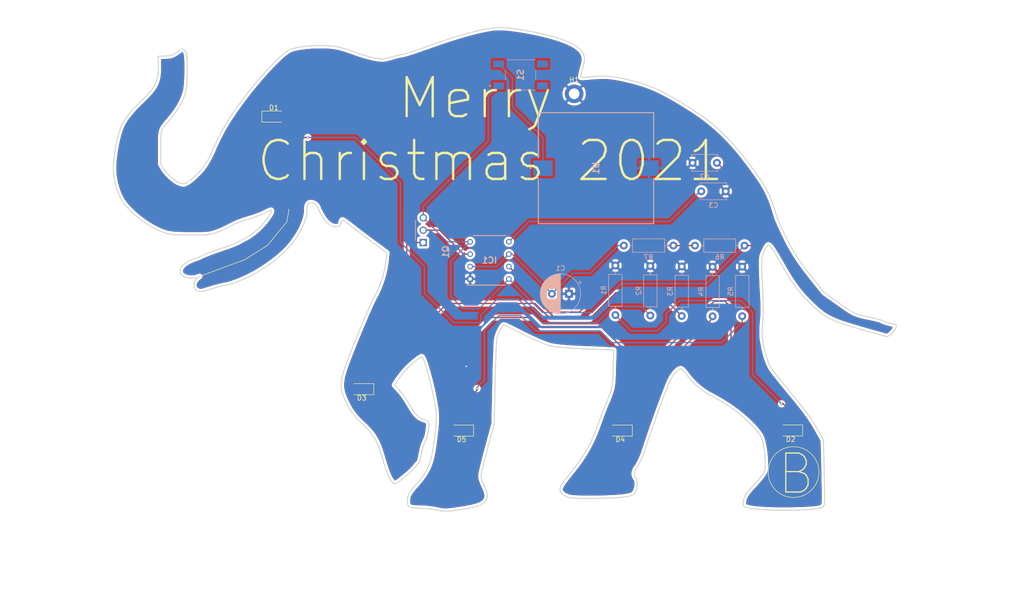
<source format=kicad_pcb>
(kicad_pcb (version 20171130) (host pcbnew "(5.1.9)-1")
  (layers (0 F.Cu signal) (31 B.Cu signal) (34 B.Paste user) (35 F.Paste user) (36 B.SilkS user) (37 F.SilkS user) (38 B.Mask user) (39 F.Mask user) (44 Edge.Cuts user))
  (net 0 "")
  (net 1 GND)
  (net 2 "Net-(D1-Pad1)")
  (net 3 "Net-(D2-Pad1)")
  (net 4 +3V0)
  (net 5 "Net-(D3-Pad1)")
  (net 6 "Net-(D4-Pad1)")
  (net 7 "Net-(D5-Pad1)")
  (net 8 "Net-(S1-Pad4)")
  (net 9 "Net-(S1-Pad2)")
  (net 10 "Net-(C1-Pad2)")
  (net 11 "Net-(C3-Pad1)")
  (net 12 Light)
  (net 13 "Net-(IC1-Pad7)")
  (net 14 "Net-(IC1-Pad3)")
  (net 15 "Net-(S1-Pad3)")
  (module SamacSys_Parts:1061 (layer B.Cu) (at 149.9616 67.3608 90)
    (fp_text reference U1 (at 0 0 90) (layer B.SilkS) (effects (font (size 1.27 1.27) (thickness 0.254)) (justify mirror)))
    (fp_text value SMTM2032 hide)
    (pad 2 smd rect (at 0 10.88 90) (size 3.17 3.96) (layers B.Cu B.Paste B.Mask) (net 1 GND))
    (pad 1 smd rect (at 0 -10.88 90) (size 3.17 3.96) (layers B.Cu B.Paste B.Mask) (net 15 "Net-(S1-Pad3)"))
  )
  (module MountingHole:MountingHole_2.2mm_M2_ISO14580_Pad_TopBottom (layer F.Cu) (at 145.48 52.11)
    (fp_text reference H1 (at 0 -2.9) (layer F.SilkS))
    (fp_text value MountingHole_Pad)
    (pad 1 connect circle (at 0 0) (size 3.8 3.8) (layers B.Cu B.Mask) (net 1 GND))
    (pad 1 connect circle (at 0 0) (size 3.8 3.8) (layers F.Cu F.Mask) (net 1 GND))
    (pad 1 thru_hole circle (at 0 0) (size 2.6 2.6) (drill 2.2) (layers *.Cu *.Mask) (net 1 GND))
  )
  (module Capacitor_THT:C_Disc_D5.1mm_W3.2mm_P5.00mm (layer B.Cu) (at 171.54 72.12)
    (fp_text reference C3 (at 2.5 2.85) (layer B.SilkS) (effects (justify mirror)))
    (fp_text value 0.1uf)
    (pad 2 thru_hole circle (at 5 0) (size 1.6 1.6) (drill 0.8) (layers *.Cu *.Mask) (net 1 GND))
    (pad 1 thru_hole circle (at 0 0) (size 1.6 1.6) (drill 0.8) (layers *.Cu *.Mask) (net 11 "Net-(C3-Pad1)"))
  )
  (module Capacitor_THT:C_Disc_D5.1mm_W3.2mm_P5.00mm (layer B.Cu) (at 169.75 66.28)
    (fp_text reference C2 (at 2.5 2.85) (layer B.SilkS) (effects (justify mirror)))
    (fp_text value 0.1uf)
    (pad 2 thru_hole circle (at 5 0) (size 1.6 1.6) (drill 0.8) (layers *.Cu *.Mask) (net 4 +3V0))
    (pad 1 thru_hole circle (at 0 0) (size 1.6 1.6) (drill 0.8) (layers *.Cu *.Mask) (net 1 GND))
  )
  (module Resistor_THT:R_Axial_DIN0207_L6.3mm_D2.5mm_P10.16mm_Horizontal (layer B.Cu) (at 155.66 83.24)
    (fp_text reference R7 (at 5.08 2.37) (layer B.SilkS) (effects (justify mirror)))
    (fp_text value 7500)
    (pad 2 thru_hole oval (at 10.16 0) (size 1.6 1.6) (drill 0.8) (layers *.Cu *.Mask) (net 13 "Net-(IC1-Pad7)"))
    (pad 1 thru_hole circle (at 0 0) (size 1.6 1.6) (drill 0.8) (layers *.Cu *.Mask) (net 10 "Net-(C1-Pad2)"))
  )
  (module Resistor_THT:R_Axial_DIN0207_L6.3mm_D2.5mm_P10.16mm_Horizontal (layer B.Cu) (at 170.24 83.25)
    (fp_text reference R6 (at 5.08 2.37) (layer B.SilkS) (effects (justify mirror)))
    (fp_text value 750)
    (pad 2 thru_hole oval (at 10.16 0) (size 1.6 1.6) (drill 0.8) (layers *.Cu *.Mask) (net 4 +3V0))
    (pad 1 thru_hole circle (at 0 0) (size 1.6 1.6) (drill 0.8) (layers *.Cu *.Mask) (net 13 "Net-(IC1-Pad7)"))
  )
  (module Resistor_THT:R_Axial_DIN0207_L6.3mm_D2.5mm_P10.16mm_Horizontal (layer B.Cu) (at 179.93 87.57 270)
    (fp_text reference R5 (at 5.08 2.37 270) (layer B.SilkS) (effects (justify mirror)))
    (fp_text value 50)
    (pad 2 thru_hole oval (at 10.16 0 270) (size 1.6 1.6) (drill 0.8) (layers *.Cu *.Mask) (net 7 "Net-(D5-Pad1)"))
    (pad 1 thru_hole circle (at 0 0 270) (size 1.6 1.6) (drill 0.8) (layers *.Cu *.Mask) (net 1 GND))
  )
  (module Resistor_THT:R_Axial_DIN0207_L6.3mm_D2.5mm_P10.16mm_Horizontal (layer B.Cu) (at 173.86 87.6 270)
    (fp_text reference R4 (at 5.08 2.37 270) (layer B.SilkS) (effects (justify mirror)))
    (fp_text value 50)
    (pad 2 thru_hole oval (at 10.16 0 270) (size 1.6 1.6) (drill 0.8) (layers *.Cu *.Mask) (net 6 "Net-(D4-Pad1)"))
    (pad 1 thru_hole circle (at 0 0 270) (size 1.6 1.6) (drill 0.8) (layers *.Cu *.Mask) (net 1 GND))
  )
  (module Resistor_THT:R_Axial_DIN0207_L6.3mm_D2.5mm_P10.16mm_Horizontal (layer B.Cu) (at 167.54 87.54 270)
    (fp_text reference R3 (at 5.08 2.37 270) (layer B.SilkS) (effects (justify mirror)))
    (fp_text value 50)
    (pad 2 thru_hole oval (at 10.16 0 270) (size 1.6 1.6) (drill 0.8) (layers *.Cu *.Mask) (net 5 "Net-(D3-Pad1)"))
    (pad 1 thru_hole circle (at 0 0 270) (size 1.6 1.6) (drill 0.8) (layers *.Cu *.Mask) (net 1 GND))
  )
  (module Resistor_THT:R_Axial_DIN0207_L6.3mm_D2.5mm_P10.16mm_Horizontal (layer B.Cu) (at 161.09 87.44 270)
    (fp_text reference R2 (at 5.08 2.37 270) (layer B.SilkS) (effects (justify mirror)))
    (fp_text value 50)
    (pad 2 thru_hole oval (at 10.16 0 270) (size 1.6 1.6) (drill 0.8) (layers *.Cu *.Mask) (net 2 "Net-(D1-Pad1)"))
    (pad 1 thru_hole circle (at 0 0 270) (size 1.6 1.6) (drill 0.8) (layers *.Cu *.Mask) (net 1 GND))
  )
  (module Resistor_THT:R_Axial_DIN0207_L6.3mm_D2.5mm_P10.16mm_Horizontal (layer B.Cu) (at 153.93 87.34 270)
    (fp_text reference R1 (at 5.08 2.37 270) (layer B.SilkS) (effects (justify mirror)))
    (fp_text value 50)
    (pad 2 thru_hole oval (at 10.16 0 270) (size 1.6 1.6) (drill 0.8) (layers *.Cu *.Mask) (net 3 "Net-(D2-Pad1)"))
    (pad 1 thru_hole circle (at 0 0 270) (size 1.6 1.6) (drill 0.8) (layers *.Cu *.Mask) (net 1 GND))
  )
  (module SamacSys_Parts:TO254P508X877-3 (layer B.Cu) (at 114.54 77.55 90)
    (fp_text reference Q1 (at -6.985 4.6228 90) (layer B.SilkS) (effects (font (size 1.27 1.27) (thickness 0.254)) (justify mirror)))
    (fp_text value 2N3904 hide)
    (pad 3 thru_hole circle (at 0 0 90) (size 1.4859 1.4859) (drill 0.9906) (layers *.Cu *.Mask) (net 4 +3V0))
    (pad 2 thru_hole circle (at -2.54 0 90) (size 1.4859 1.4859) (drill 0.9906) (layers *.Cu *.Mask) (net 14 "Net-(IC1-Pad3)"))
    (pad 1 thru_hole rect (at -5.08 0 90) (size 1.4859 1.4859) (drill 0.9906) (layers *.Cu *.Mask) (net 12 Light))
  )
  (module SamacSys_Parts:DIP794W53P254L959H508Q8N (layer B.Cu) (at 128.13 86.28)
    (fp_text reference IC1 (at 0 0) (layer B.SilkS) (effects (font (size 1.27 1.27) (thickness 0.254)) (justify mirror)))
    (fp_text value TLC551CP hide)
    (pad 8 thru_hole circle (at 3.97 3.81) (size 1.13 1.13) (drill 0.73) (layers *.Cu *.Mask) (net 4 +3V0))
    (pad 7 thru_hole circle (at 3.97 1.27) (size 1.13 1.13) (drill 0.73) (layers *.Cu *.Mask) (net 13 "Net-(IC1-Pad7)"))
    (pad 6 thru_hole circle (at 3.97 -1.27) (size 1.13 1.13) (drill 0.73) (layers *.Cu *.Mask) (net 10 "Net-(C1-Pad2)"))
    (pad 5 thru_hole circle (at 3.97 -3.81) (size 1.13 1.13) (drill 0.73) (layers *.Cu *.Mask) (net 11 "Net-(C3-Pad1)"))
    (pad 4 thru_hole circle (at -3.97 -3.81) (size 1.13 1.13) (drill 0.73) (layers *.Cu *.Mask) (net 4 +3V0))
    (pad 3 thru_hole circle (at -3.97 -1.27) (size 1.13 1.13) (drill 0.73) (layers *.Cu *.Mask) (net 14 "Net-(IC1-Pad3)"))
    (pad 2 thru_hole circle (at -3.97 1.27) (size 1.13 1.13) (drill 0.73) (layers *.Cu *.Mask) (net 10 "Net-(C1-Pad2)"))
    (pad 1 thru_hole rect (at -3.97 3.81) (size 1.13 1.13) (drill 0.73) (layers *.Cu *.Mask) (net 1 GND))
  )
  (module LED_SMD:LED_1206_3216Metric_Pad1.42x1.75mm_HandSolder (layer F.Cu) (at 122.4026 121.2088 180)
    (fp_text reference D5 (at 0 -1.82) (layer F.SilkS))
    (fp_text value LED)
    (pad 2 smd roundrect (at 1.4875 0 180) (size 1.425 1.75) (layers F.Cu F.Paste F.Mask) (roundrect_rratio 0.1754385964912281) (net 12 Light))
    (pad 1 smd roundrect (at -1.4875 0 180) (size 1.425 1.75) (layers F.Cu F.Paste F.Mask) (roundrect_rratio 0.1754385964912281) (net 7 "Net-(D5-Pad1)"))
  )
  (module LED_SMD:LED_1206_3216Metric_Pad1.42x1.75mm_HandSolder (layer F.Cu) (at 154.94 121.2088 180)
    (fp_text reference D4 (at 0 -1.82) (layer F.SilkS))
    (fp_text value LED)
    (pad 2 smd roundrect (at 1.4875 0 180) (size 1.425 1.75) (layers F.Cu F.Paste F.Mask) (roundrect_rratio 0.1754385964912281) (net 12 Light))
    (pad 1 smd roundrect (at -1.4875 0 180) (size 1.425 1.75) (layers F.Cu F.Paste F.Mask) (roundrect_rratio 0.1754385964912281) (net 6 "Net-(D4-Pad1)"))
  )
  (module LED_SMD:LED_1206_3216Metric_Pad1.42x1.75mm_HandSolder (layer F.Cu) (at 101.9442 112.6998 180)
    (fp_text reference D3 (at 0 -1.82) (layer F.SilkS))
    (fp_text value LED)
    (pad 2 smd roundrect (at 1.4875 0 180) (size 1.425 1.75) (layers F.Cu F.Paste F.Mask) (roundrect_rratio 0.1754385964912281) (net 12 Light))
    (pad 1 smd roundrect (at -1.4875 0 180) (size 1.425 1.75) (layers F.Cu F.Paste F.Mask) (roundrect_rratio 0.1754385964912281) (net 5 "Net-(D3-Pad1)"))
  )
  (module LED_SMD:LED_1206_3216Metric_Pad1.42x1.75mm_HandSolder (layer F.Cu) (at 189.865 121.1834 180)
    (fp_text reference D2 (at 0 -1.82) (layer F.SilkS))
    (fp_text value LED)
    (pad 2 smd roundrect (at 1.4875 0 180) (size 1.425 1.75) (layers F.Cu F.Paste F.Mask) (roundrect_rratio 0.1754385964912281) (net 12 Light))
    (pad 1 smd roundrect (at -1.4875 0 180) (size 1.425 1.75) (layers F.Cu F.Paste F.Mask) (roundrect_rratio 0.1754385964912281) (net 3 "Net-(D2-Pad1)"))
  )
  (module LED_SMD:LED_1206_3216Metric_Pad1.42x1.75mm_HandSolder (layer F.Cu) (at 83.9216 56.7944)
    (fp_text reference D1 (at 0 -1.82) (layer F.SilkS))
    (fp_text value LED)
    (pad 2 smd roundrect (at 1.4875 0) (size 1.425 1.75) (layers F.Cu F.Paste F.Mask) (roundrect_rratio 0.1754385964912281) (net 12 Light))
    (pad 1 smd roundrect (at -1.4875 0) (size 1.425 1.75) (layers F.Cu F.Paste F.Mask) (roundrect_rratio 0.1754385964912281) (net 2 "Net-(D1-Pad1)"))
  )
  (module Capacitor_THT:CP_Radial_D8.0mm_P3.50mm (layer B.Cu) (at 144.42 93.15 180)
    (fp_text reference C1 (at 1.75 5.25) (layer B.SilkS) (effects (justify mirror)))
    (fp_text value 100uf)
    (pad 2 thru_hole circle (at 3.5 0 180) (size 1.6 1.6) (drill 0.8) (layers *.Cu *.Mask) (net 10 "Net-(C1-Pad2)"))
    (pad 1 thru_hole rect (at 0 0 180) (size 1.6 1.6) (drill 0.8) (layers *.Cu *.Mask) (net 1 GND))
  )
  (module SamacSys_Parts:HP0315AFKP2 (layer B.Cu) (at 134.493 48.2346 270)
    (fp_text reference S1 (at 0 0 270) (layer B.SilkS) (effects (font (size 1.27 1.27) (thickness 0.254)) (justify mirror)))
    (fp_text value HP0315AFKP2 hide)
    (pad 4 smd rect (at -2.25 -4.5 270) (size 1.4 2.2) (layers B.Cu B.Paste B.Mask) (net 8 "Net-(S1-Pad4)"))
    (pad 3 smd rect (at -2.25 4.5 270) (size 1.4 2.2) (layers B.Cu B.Paste B.Mask) (net 15 "Net-(S1-Pad3)"))
    (pad 2 smd rect (at 2.25 -4.5 270) (size 1.4 2.2) (layers B.Cu B.Paste B.Mask) (net 9 "Net-(S1-Pad2)"))
    (pad 1 smd rect (at 2.25 4.5 270) (size 1.4 2.2) (layers B.Cu B.Paste B.Mask) (net 4 +3V0))
  )
  (gr_text B (at 190.9572 130.1242) (layer F.SilkS) (effects (font (size 8 8) (thickness 0.25))))
  (gr_line (start 69.7484 89.1794) (end 68.8594 89.5096) (layer F.SilkS) (width 0.12))
  (gr_line (start 86.5886 78.359) (end 87.0458 75.7428) (layer F.SilkS) (width 0.12))
  (gr_line (start 82.677 83.1596) (end 86.5886 78.359) (layer F.SilkS) (width 0.12))
  (gr_line (start 77.9272 86.1568) (end 82.677 83.1596) (layer F.SilkS) (width 0.12))
  (gr_line (start 69.7484 89.1794) (end 77.9272 86.1568) (layer F.SilkS) (width 0.12))
  (gr_circle (center 190.4492 129.714962) (end 195.025913 132.204162) (layer F.SilkS) (width 0.12))
  (gr_text "Merry \nChristmas 2021" (at 128.2954 59.4614) (layer F.SilkS) (effects (font (size 8 8) (thickness 0.5))))
  (gr_line (start 60.753862 66.489772) (end 60.753862 63.223916) (layer Edge.Cuts) (width 0.2))
  (gr_line (start 61.228848 67.325224) (end 60.753862 66.489772) (layer Edge.Cuts) (width 0.2))
  (gr_curve (pts (xy 85.6742 84.963) (xy 88.390782 82.547152) (xy 90.765711 78.567364) (xy 90.72 75.69)) (layer Edge.Cuts) (width 0.2))
  (gr_curve (pts (xy 69.5452 92.6084) (xy 71.0184 92.202) (xy 72.009 91.7448) (xy 74.5998 91.2876)) (layer Edge.Cuts) (width 0.2))
  (gr_curve (pts (xy 68.6816 89.5858) (xy 66.5734 90.9066) (xy 67.590572 93.215103) (xy 69.5452 92.6084)) (layer Edge.Cuts) (width 0.2))
  (gr_curve (pts (xy 59.869405 79.932948) (xy 61.965895 80.95068) (xy 62.702942 81.057011) (xy 66.89592 81.072201)) (layer Edge.Cuts) (width 0.2))
  (gr_curve (pts (xy 82.193739 76.500002) (xy 82.717862 76.211391) (xy 83.258363 75.983541) (xy 83.389393 76.013921)) (layer Edge.Cuts) (width 0.2))
  (gr_curve (pts (xy 71.89146 80.66207) (xy 72.612129 80.434219) (xy 73.791404 79.932948) (xy 74.512072 79.538008)) (layer Edge.Cuts) (width 0.2))
  (gr_curve (pts (xy 52.810133 58.393486) (xy 51.991192 60.10996) (xy 51.270524 63.406196) (xy 51.057599 66.474582)) (layer Edge.Cuts) (width 0.2))
  (gr_curve (pts (xy 52.58083 73.659467) (xy 53.596317 75.63417) (xy 56.937596 78.505086) (xy 59.869405 79.932948)) (layer Edge.Cuts) (width 0.2))
  (gr_curve (pts (xy 74.5998 91.2876) (xy 79.2734 89.9414) (xy 83.312 87.0712) (xy 85.6742 84.963)) (layer Edge.Cuts) (width 0.2))
  (gr_curve (pts (xy 51.057599 66.474582) (xy 50.893811 68.904987) (xy 51.417933 71.396152) (xy 52.58083 73.659467)) (layer Edge.Cuts) (width 0.2))
  (gr_curve (pts (xy 83.389393 76.013921) (xy 83.946273 76.120251) (xy 80.9244 80.5688) (xy 77.5462 81.9658)) (layer Edge.Cuts) (width 0.2))
  (gr_curve (pts (xy 79.26193 77.639254) (xy 80.342932 77.305073) (xy 81.653238 76.803802) (xy 82.193739 76.500002)) (layer Edge.Cuts) (width 0.2))
  (gr_curve (pts (xy 56.757429 53.563057) (xy 54.710077 55.522571) (xy 53.432528 57.102334) (xy 52.810133 58.393486)) (layer Edge.Cuts) (width 0.2))
  (gr_curve (pts (xy 74.512072 79.538008) (xy 76.231848 78.626606) (xy 76.919759 78.353185) (xy 79.26193 77.639254)) (layer Edge.Cuts) (width 0.2))
  (gr_curve (pts (xy 77.5462 81.9658) (xy 75.2348 83.4644) (xy 72.323902 83.799265) (xy 68.32 85.73)) (layer Edge.Cuts) (width 0.2))
  (gr_curve (pts (xy 90.72 75.69) (xy 90.65 75.24) (xy 90.825378 73.796176) (xy 92.44 74.77)) (layer Edge.Cuts) (width 0.2))
  (gr_curve (pts (xy 68.32 85.73) (xy 64 87.1) (xy 64.766673 88.697596) (xy 64.766673 88.910256)) (layer Edge.Cuts) (width 0.2))
  (gr_curve (pts (xy 66.89592 81.072201) (xy 70.482882 81.072201) (xy 70.613912 81.057011) (xy 71.89146 80.66207)) (layer Edge.Cuts) (width 0.2))
  (gr_curve (pts (xy 64.766673 88.910256) (xy 65.1764 89.9414) (xy 67.437 90.297) (xy 68.6816 89.5858)) (layer Edge.Cuts) (width 0.2))
  (gr_curve (pts (xy 60.229739 46.256653) (xy 60.278876 49.598459) (xy 59.754754 50.707331) (xy 56.757429 53.563057)) (layer Edge.Cuts) (width 0.2))
  (gr_curve (pts (xy 158.240608 128.905604) (xy 158.830246 128.085343) (xy 159.501777 126.70305) (xy 159.927627 125.351137)) (layer Edge.Cuts) (width 0.2))
  (gr_curve (pts (xy 158.125956 130.925878) (xy 157.667349 130.394227) (xy 157.700107 129.619537) (xy 158.240608 128.905604)) (layer Edge.Cuts) (width 0.2))
  (gr_curve (pts (xy 93.16755 76.059491) (xy 94.330446 78.246855) (xy 95.051114 79.021547) (xy 96.246768 79.355727)) (layer Edge.Cuts) (width 0.2))
  (gr_curve (pts (xy 144.744459 129.862576) (xy 142.975546 132.03475) (xy 142.566076 132.687922) (xy 142.566076 133.341093)) (layer Edge.Cuts) (width 0.2))
  (gr_curve (pts (xy 126.400179 130.758788) (xy 126.351042 130.318277) (xy 126.727755 128.647374) (xy 127.710485 124.971386)) (layer Edge.Cuts) (width 0.2))
  (gr_curve (pts (xy 98.900137 107.123102) (xy 97.491559 110.890229) (xy 97.393286 112.363662) (xy 98.408773 114.672546)) (layer Edge.Cuts) (width 0.2))
  (gr_curve (pts (xy 92.44 74.77) (xy 93.05 75.34) (xy 92.96 75.63) (xy 93.16755 76.059491)) (layer Edge.Cuts) (width 0.2))
  (gr_line (start 60.213361 44.418659) (end 60.229739 46.256653) (layer Edge.Cuts) (width 0.2))
  (gr_curve (pts (xy 97.966545 78.003815) (xy 98.064817 77.973435) (xy 98.99841 78.626606) (xy 100.046655 79.462058)) (layer Edge.Cuts) (width 0.2))
  (gr_curve (pts (xy 159.927627 125.351137) (xy 161.4181 120.657418) (xy 164.562833 112.044671) (xy 165.29988 110.647188)) (layer Edge.Cuts) (width 0.2))
  (gr_curve (pts (xy 150.444289 119.806776) (xy 149.068468 123.725804) (xy 147.545238 126.429629) (xy 144.744459 129.862576)) (layer Edge.Cuts) (width 0.2))
  (gr_curve (pts (xy 117.080629 116.70801) (xy 117.326312 118.394104) (xy 117.260796 119.791586) (xy 116.753053 123.573904)) (layer Edge.Cuts) (width 0.2))
  (gr_curve (pts (xy 153.49075 108.323114) (xy 153.376098 112.333282) (xy 153.326962 112.561132) (xy 152.082171 115.477618)) (layer Edge.Cuts) (width 0.2))
  (gr_line (start 129.102685 119.806776) (end 129.282852 111.52821) (layer Edge.Cuts) (width 0.2))
  (gr_line (start 104.501694 82.849434) (end 107.056791 84.717808) (layer Edge.Cuts) (width 0.2))
  (gr_line (start 109.693781 112.971263) (end 108.678294 111.862391) (layer Edge.Cuts) (width 0.2))
  (gr_line (start 127.710485 124.971386) (end 129.102685 119.806776) (layer Edge.Cuts) (width 0.2))
  (gr_curve (pts (xy 115.35 122.57) (xy 115.89 119.64) (xy 115.86 119.44) (xy 115.066034 119.032085)) (layer Edge.Cuts) (width 0.2))
  (gr_curve (pts (xy 112.854893 132.551211) (xy 111.577345 133.994264) (xy 111.282527 134.556295) (xy 111.282527 135.665167)) (layer Edge.Cuts) (width 0.2))
  (gr_curve (pts (xy 127.071711 132.596781) (xy 126.744134 131.91323) (xy 126.432937 131.092968) (xy 126.400179 130.758788)) (layer Edge.Cuts) (width 0.2))
  (gr_curve (pts (xy 111.282527 135.665167) (xy 111.282527 136.95632) (xy 111.544588 137.09303) (xy 113.968653 137.1386)) (layer Edge.Cuts) (width 0.2))
  (gr_curve (pts (xy 108.8136 132.1816) (xy 109.834652 131.49215) (xy 110.342396 131.036449) (xy 111.59 130.02)) (layer Edge.Cuts) (width 0.2))
  (gr_curve (pts (xy 111.315284 108.414254) (xy 112.478181 107.244622) (xy 113.952274 106.059799) (xy 114.230714 106.059799)) (layer Edge.Cuts) (width 0.2))
  (gr_curve (pts (xy 101.995735 119.776396) (xy 104.387043 121.994141) (xy 105.12409 123.239723) (xy 106.139577 126.73343)) (layer Edge.Cuts) (width 0.2))
  (gr_line (start 61.556424 44.357899) (end 60.213361 44.418659) (layer Edge.Cuts) (width 0.2))
  (gr_curve (pts (xy 154.60451 134.936046) (xy 157.225121 134.708195) (xy 157.765622 134.495535) (xy 158.158714 133.553753)) (layer Edge.Cuts) (width 0.2))
  (gr_curve (pts (xy 129.626807 102.414192) (xy 129.806974 101.41165) (xy 130.740567 99.528087) (xy 131.051764 99.528087)) (layer Edge.Cuts) (width 0.2))
  (gr_curve (pts (xy 129.282852 111.52821) (xy 129.381124 106.971201) (xy 129.544913 102.869893) (xy 129.626807 102.414192)) (layer Edge.Cuts) (width 0.2))
  (gr_curve (pts (xy 97.720862 78.535466) (xy 97.75362 78.277235) (xy 97.851893 78.034195) (xy 97.966545 78.003815)) (layer Edge.Cuts) (width 0.2))
  (gr_curve (pts (xy 144.547913 134.936046) (xy 145.645294 135.194276) (xy 151.508913 135.194276) (xy 154.60451 134.936046)) (layer Edge.Cuts) (width 0.2))
  (gr_curve (pts (xy 104.468937 93.907776) (xy 103.58448 95.502729) (xy 100.554398 102.687613) (xy 98.900137 107.123102)) (layer Edge.Cuts) (width 0.2))
  (gr_curve (pts (xy 133.639618 100.743289) (xy 136.767973 102.368622) (xy 139.486857 103.568635) (xy 140.666133 103.842055)) (layer Edge.Cuts) (width 0.2))
  (gr_curve (pts (xy 167.347233 108.520584) (xy 167.560158 108.550964) (xy 168.035144 109.037045) (xy 168.624781 109.857307)) (layer Edge.Cuts) (width 0.2))
  (gr_curve (pts (xy 116.753053 123.573904) (xy 116.163415 128.100533) (xy 115.54102 129.528395) (xy 112.854893 132.551211)) (layer Edge.Cuts) (width 0.2))
  (gr_curve (pts (xy 158.158714 133.553753) (xy 158.551806 132.581591) (xy 158.535427 131.411959) (xy 158.125956 130.925878)) (layer Edge.Cuts) (width 0.2))
  (gr_curve (pts (xy 96.246768 79.355727) (xy 97.049331 79.568388) (xy 97.638968 79.249397) (xy 97.720862 78.535466)) (layer Edge.Cuts) (width 0.2))
  (gr_curve (pts (xy 127.333772 135.634787) (xy 127.841515 134.890476) (xy 127.759621 134.009454) (xy 127.071711 132.596781)) (layer Edge.Cuts) (width 0.2))
  (gr_curve (pts (xy 114.230714 106.059799) (xy 114.738458 106.059799) (xy 116.540128 112.788983) (xy 117.080629 116.70801)) (layer Edge.Cuts) (width 0.2))
  (gr_curve (pts (xy 98.408773 114.672546) (xy 99.375123 116.905481) (xy 100.25958 118.166253) (xy 101.995735 119.776396)) (layer Edge.Cuts) (width 0.2))
  (gr_curve (pts (xy 115.066034 119.032085) (xy 113.59194 118.652334) (xy 112.985924 118.075113) (xy 111.757512 115.918129)) (layer Edge.Cuts) (width 0.2))
  (gr_curve (pts (xy 106.139577 126.73343) (xy 107.187821 130.409417) (xy 107.875732 131.82209) (xy 108.8136 132.1816)) (layer Edge.Cuts) (width 0.2))
  (gr_curve (pts (xy 113.968653 137.1386) (xy 115.131549 137.16898) (xy 116.310825 137.305691) (xy 117.260796 137.503161)) (layer Edge.Cuts) (width 0.2))
  (gr_curve (pts (xy 113.29 128.18) (xy 114.45 127.35) (xy 113.68 125.72) (xy 115.35 122.57)) (layer Edge.Cuts) (width 0.2))
  (gr_curve (pts (xy 165.29988 110.647188) (xy 165.889518 109.523126) (xy 166.921384 108.459824) (xy 167.347233 108.520584)) (layer Edge.Cuts) (width 0.2))
  (gr_curve (pts (xy 148.134875 104.464846) (xy 149.445181 104.510416) (xy 151.197715 104.586367) (xy 152.049414 104.631938)) (layer Edge.Cuts) (width 0.2))
  (gr_curve (pts (xy 111.59 130.02) (xy 112.65 129.06) (xy 113.04 128.57) (xy 113.29 128.18)) (layer Edge.Cuts) (width 0.2))
  (gr_curve (pts (xy 179.76238 118.120683) (xy 181.924384 119.913107) (xy 183.595024 121.81186) (xy 183.938978 122.844782)) (layer Edge.Cuts) (width 0.2))
  (gr_curve (pts (xy 131.051764 99.528087) (xy 131.182795 99.528087) (xy 132.345691 100.074928) (xy 133.639618 100.743289)) (layer Edge.Cuts) (width 0.2))
  (gr_curve (pts (xy 184.659648 127.933442) (xy 184.659648 129.254975) (xy 184.610511 129.437255) (xy 184.184662 130.135997)) (layer Edge.Cuts) (width 0.2))
  (gr_curve (pts (xy 111.757512 115.918129) (xy 111.135117 114.824447) (xy 110.299797 113.624434) (xy 109.693781 112.971263)) (layer Edge.Cuts) (width 0.2))
  (gr_curve (pts (xy 152.082171 115.477618) (xy 151.639943 116.52573) (xy 150.902896 118.485244) (xy 150.444289 119.806776)) (layer Edge.Cuts) (width 0.2))
  (gr_curve (pts (xy 142.566076 133.341093) (xy 142.566076 133.994264) (xy 143.401396 134.662625) (xy 144.547913 134.936046)) (layer Edge.Cuts) (width 0.2))
  (gr_curve (pts (xy 109.398962 110.738329) (xy 109.792054 110.115537) (xy 110.643752 109.082615) (xy 111.315284 108.414254)) (layer Edge.Cuts) (width 0.2))
  (gr_curve (pts (xy 100.046655 79.462058) (xy 101.094899 80.297509) (xy 103.093116 81.816512) (xy 104.501694 82.849434)) (layer Edge.Cuts) (width 0.2))
  (gr_curve (pts (xy 183.938978 122.844782) (xy 184.33207 124.059985) (xy 184.659648 126.368869) (xy 184.659648 127.933442)) (layer Edge.Cuts) (width 0.2))
  (gr_curve (pts (xy 173.292745 113.897855) (xy 175.929736 115.295338) (xy 178.026225 116.66244) (xy 179.76238 118.120683)) (layer Edge.Cuts) (width 0.2))
  (gr_curve (pts (xy 168.624781 109.857307) (xy 169.804056 111.48264) (xy 171.474696 112.925693) (xy 173.292745 113.897855)) (layer Edge.Cuts) (width 0.2))
  (gr_line (start 108.678294 111.862391) (end 109.398962 110.738329) (layer Edge.Cuts) (width 0.2))
  (gr_curve (pts (xy 122.174443 137.412021) (xy 125.499344 136.89556) (xy 126.809649 136.455049) (xy 127.333772 135.634787)) (layer Edge.Cuts) (width 0.2))
  (gr_line (start 107.056791 84.717808) (end 106.942139 85.93301) (layer Edge.Cuts) (width 0.2))
  (gr_curve (pts (xy 117.260796 137.503161) (xy 118.849542 137.867722) (xy 119.340907 137.852532) (xy 122.174443 137.412021)) (layer Edge.Cuts) (width 0.2))
  (gr_curve (pts (xy 106.942139 85.93301) (xy 106.696456 88.636835) (xy 105.828379 91.462181) (xy 104.468937 93.907776)) (layer Edge.Cuts) (width 0.2))
  (gr_curve (pts (xy 140.666133 103.842055) (xy 141.730756 104.100286) (xy 144.482398 104.328137) (xy 148.134875 104.464846)) (layer Edge.Cuts) (width 0.2))
  (gr_curve (pts (xy 186.15012 108.809195) (xy 185.380316 107.685133) (xy 184.823435 106.19651) (xy 184.348449 103.872435)) (layer Edge.Cuts) (width 0.2))
  (gr_curve (pts (xy 155.963952 49.097188) (xy 153.048522 48.428827) (xy 151.770974 48.352877) (xy 148.62624 48.641487)) (layer Edge.Cuts) (width 0.2))
  (gr_line (start 129.053548 38.555308) (end 129.053548 38.555308) (layer Edge.Cuts) (width 0.2))
  (gr_curve (pts (xy 183.9226 87.224163) (xy 183.9226 85.553259) (xy 183.955358 85.431739) (xy 184.495859 84.307677)) (layer Edge.Cuts) (width 0.2))
  (gr_curve (pts (xy 147.463344 44.175619) (xy 147.070252 42.854086) (xy 145.334097 41.714834) (xy 142.123848 40.681912)) (layer Edge.Cuts) (width 0.2))
  (gr_curve (pts (xy 180.155472 135.786688) (xy 180.057199 136.500619) (xy 180.073577 136.591759) (xy 180.433912 136.80442)) (layer Edge.Cuts) (width 0.2))
  (gr_curve (pts (xy 196.763597 136.439859) (xy 196.86187 136.181628) (xy 196.845491 133.675273) (xy 196.747218 129.589156)) (layer Edge.Cuts) (width 0.2))
  (gr_curve (pts (xy 147.201282 47.000964) (xy 147.692647 45.178161) (xy 147.709026 45.01107) (xy 147.463344 44.175619)) (layer Edge.Cuts) (width 0.2))
  (gr_line (start 196.58343 123.148583) (end 195.518806 121.249829) (layer Edge.Cuts) (width 0.2))
  (gr_curve (pts (xy 189.737082 113.275064) (xy 188.148337 111.34593) (xy 186.526833 109.340846) (xy 186.15012 108.809195)) (layer Edge.Cuts) (width 0.2))
  (gr_curve (pts (xy 208.29 98.48) (xy 205.1328 97.5806) (xy 203.7428 97.8406) (xy 201.47 96.22)) (layer Edge.Cuts) (width 0.2))
  (gr_curve (pts (xy 209.55 101.93) (xy 210.67 101.73) (xy 211.799355 99.740747) (xy 211.471779 99.436947)) (layer Edge.Cuts) (width 0.2))
  (gr_curve (pts (xy 202.84014 100.029358) (xy 206.31245 101.06228) (xy 206.754678 101.13823) (xy 209.55 101.93)) (layer Edge.Cuts) (width 0.2))
  (gr_curve (pts (xy 184.348449 103.872435) (xy 183.955358 102.034442) (xy 183.938978 101.01671) (xy 184.184662 98.388835)) (layer Edge.Cuts) (width 0.2))
  (gr_line (start 152.049414 104.631938) (end 153.589023 104.723077) (layer Edge.Cuts) (width 0.2))
  (gr_curve (pts (xy 188.508671 137.548731) (xy 192.603376 137.533541) (xy 195.420533 137.351261) (xy 196.190338 137.03227)) (layer Edge.Cuts) (width 0.2))
  (gr_curve (pts (xy 194.339531 95.593869) (xy 196.845491 97.963514) (xy 198.139418 98.631875) (xy 202.84014 100.029358)) (layer Edge.Cuts) (width 0.2))
  (gr_curve (pts (xy 185.265664 83.122855) (xy 185.609619 83.122855) (xy 186.248393 84.064637) (xy 187.869897 86.920362)) (layer Edge.Cuts) (width 0.2))
  (gr_line (start 153.589023 104.723077) (end 153.49075 108.323114) (layer Edge.Cuts) (width 0.2))
  (gr_curve (pts (xy 211.471779 99.436947) (xy 211.406263 99.376186) (xy 209.752002 99.269856) (xy 208.29 98.48)) (layer Edge.Cuts) (width 0.2))
  (gr_curve (pts (xy 146.857327 48.717437) (xy 146.808191 48.671867) (xy 146.9556 47.897176) (xy 147.201282 47.000964)) (layer Edge.Cuts) (width 0.2))
  (gr_curve (pts (xy 195.518806 121.249829) (xy 194.044712 118.621954) (xy 193.078362 117.300421) (xy 189.737082 113.275064)) (layer Edge.Cuts) (width 0.2))
  (gr_curve (pts (xy 184.135525 92.768524) (xy 184.020874 90.672299) (xy 183.9226 88.181135) (xy 183.9226 87.224163)) (layer Edge.Cuts) (width 0.2))
  (gr_curve (pts (xy 196.190338 137.03227) (xy 196.419642 136.92594) (xy 196.665324 136.667709) (xy 196.763597 136.439859)) (layer Edge.Cuts) (width 0.2))
  (gr_curve (pts (xy 168.36272 54.459269) (xy 163.088739 51.208602) (xy 160.697431 50.17568) (xy 155.963952 49.097188)) (layer Edge.Cuts) (width 0.2))
  (gr_curve (pts (xy 187.869897 86.920362) (xy 190.228447 91.128) (xy 191.686162 93.072324) (xy 194.339531 95.593869)) (layer Edge.Cuts) (width 0.2))
  (gr_curve (pts (xy 184.495859 84.307677) (xy 184.807056 83.654506) (xy 185.151012 83.122855) (xy 185.265664 83.122855)) (layer Edge.Cuts) (width 0.2))
  (gr_curve (pts (xy 142.123848 40.681912) (xy 137.832596 39.314809) (xy 131.330204 38.251507) (xy 129.053548 38.555308)) (layer Edge.Cuts) (width 0.2))
  (gr_line (start 196.747218 129.589156) (end 196.58343 123.148583) (layer Edge.Cuts) (width 0.2))
  (gr_curve (pts (xy 148.62624 48.641487) (xy 147.709026 48.732628) (xy 146.906464 48.763008) (xy 146.857327 48.717437)) (layer Edge.Cuts) (width 0.2))
  (gr_curve (pts (xy 187.116471 77.669634) (xy 185.757029 73.097435) (xy 185.052739 71.608812) (xy 182.694189 68.312576)) (layer Edge.Cuts) (width 0.2))
  (gr_curve (pts (xy 184.184662 98.388835) (xy 184.315691 97.021732) (xy 184.299312 95.609059) (xy 184.135525 92.768524)) (layer Edge.Cuts) (width 0.2))
  (gr_curve (pts (xy 180.433912 136.80442) (xy 181.220094 137.27531) (xy 184.151904 137.548731) (xy 188.508671 137.548731)) (layer Edge.Cuts) (width 0.2))
  (gr_curve (pts (xy 182.694189 68.312576) (xy 177.862437 61.553013) (xy 174.291853 58.104876) (xy 168.36272 54.459269)) (layer Edge.Cuts) (width 0.2))
  (gr_curve (pts (xy 182.284718 132.399311) (xy 180.679594 134.115784) (xy 180.319259 134.677815) (xy 180.155472 135.786688)) (layer Edge.Cuts) (width 0.2))
  (gr_line (start 201.47 96.22) (end 196.74 92.88) (layer Edge.Cuts) (width 0.2))
  (gr_curve (pts (xy 184.184662 130.135997) (xy 183.9226 130.546127) (xy 183.070901 131.579049) (xy 182.284718 132.399311)) (layer Edge.Cuts) (width 0.2))
  (gr_curve (pts (xy 196.74 92.88) (xy 191.53 86.45) (xy 190.19 84.72) (xy 187.116471 77.669634)) (layer Edge.Cuts) (width 0.2))
  (gr_curve (pts (xy 68.157089 68.631566) (xy 67.43642 69.345498) (xy 66.535586 70.089809) (xy 66.158873 70.28728)) (layer Edge.Cuts) (width 0.2))
  (gr_curve (pts (xy 71.48199 63.451766) (xy 70.450124 65.851791) (xy 69.549289 67.279654) (xy 68.157089 68.631566)) (layer Edge.Cuts) (width 0.2))
  (gr_curve (pts (xy 93.347717 42.216105) (xy 90.825378 42.216105) (xy 88.43407 42.535095) (xy 87.222038 43.036366)) (layer Edge.Cuts) (width 0.2))
  (gr_curve (pts (xy 109.939463 44.084478) (xy 109.775675 44.084478) (xy 108.940355 44.297139) (xy 108.072277 44.555369)) (layer Edge.Cuts) (width 0.2))
  (gr_curve (pts (xy 105.582697 44.91993) (xy 104.157739 44.75284) (xy 102.356069 44.266759) (xy 100.226822 43.476877)) (layer Edge.Cuts) (width 0.2))
  (gr_curve (pts (xy 108.072277 44.555369) (xy 106.729214 44.95031) (xy 106.336122 45.01107) (xy 105.582697 44.91993)) (layer Edge.Cuts) (width 0.2))
  (gr_curve (pts (xy 65.913191 43.568017) (xy 65.520099 42.854086) (xy 65.176144 42.747756) (xy 64.652021 43.142697)) (layer Edge.Cuts) (width 0.2))
  (gr_curve (pts (xy 66.158873 70.28728) (xy 65.487341 70.667031) (xy 65.470962 70.667031) (xy 64.6684 70.4088)) (layer Edge.Cuts) (width 0.2))
  (gr_curve (pts (xy 76.461152 54.747879) (xy 74.151738 57.998546) (xy 72.808674 60.33781) (xy 71.48199 63.451766)) (layer Edge.Cuts) (width 0.2))
  (gr_curve (pts (xy 87.222038 43.036366) (xy 85.469504 43.750298) (xy 80.179144 49.522509) (xy 76.461152 54.747879)) (layer Edge.Cuts) (width 0.2))
  (gr_curve (pts (xy 129.053548 38.555308) (xy 125.679511 39.011009) (xy 121.977897 40.043931) (xy 115.721187 42.261675)) (layer Edge.Cuts) (width 0.2))
  (gr_curve (pts (xy 100.226822 43.476877) (xy 97.426043 42.443955) (xy 96.115738 42.200915) (xy 93.347717 42.216105)) (layer Edge.Cuts) (width 0.2))
  (gr_curve (pts (xy 115.721187 42.261675) (xy 112.035952 43.568017) (xy 110.39807 44.084478) (xy 109.939463 44.084478)) (layer Edge.Cuts) (width 0.2))
  (gr_curve (pts (xy 64.652021 43.142697) (xy 63.210685 44.205999) (xy 62.965003 44.312329) (xy 61.556424 44.357899)) (layer Edge.Cuts) (width 0.2))
  (gr_curve (pts (xy 65.864054 51.603543) (xy 66.257146 49.97821) (xy 66.306282 44.266759) (xy 65.913191 43.568017)) (layer Edge.Cuts) (width 0.2))
  (gr_curve (pts (xy 62.752078 57.223854) (xy 64.373581 55.30991) (xy 65.405447 53.441537) (xy 65.864054 51.603543)) (layer Edge.Cuts) (width 0.2))
  (gr_curve (pts (xy 60.753862 63.223916) (xy 60.753862 59.396028) (xy 60.655589 59.684639) (xy 62.752078 57.223854)) (layer Edge.Cuts) (width 0.2))
  (gr_curve (pts (xy 64.6684 70.4088) (xy 63.669292 70.089809) (xy 61.900379 68.525236) (xy 61.228848 67.325224)) (layer Edge.Cuts) (width 0.2))
  (via (at 123.36 108.03) (size 0.5) (drill 0.3) (layers F.Cu B.Cu) (net 1))
  (segment (start 90.88 61.07) (end 90.88 61.07) (width 0.25) (layer F.Cu) (net 2))
  (segment (start 82.4341 60.0941) (end 82.4341 56.7944) (width 0.25) (layer F.Cu) (net 2))
  (segment (start 83.41 61.07) (end 82.4341 60.0941) (width 0.25) (layer F.Cu) (net 2))
  (segment (start 100.66 61.07) (end 109.88 70.29) (width 0.25) (layer B.Cu) (net 2))
  (segment (start 109.88 70.29) (end 109.88 82.58) (width 0.25) (layer B.Cu) (net 2))
  (segment (start 120.82 99.07) (end 126.32 99.07) (width 0.25) (layer B.Cu) (net 2))
  (segment (start 126.32 99.07) (end 126.32 97.58) (width 0.25) (layer B.Cu) (net 2))
  (segment (start 109.88 82.58) (end 114.78 87.48) (width 0.25) (layer B.Cu) (net 2))
  (segment (start 114.78 93.03) (end 120.82 99.07) (width 0.25) (layer B.Cu) (net 2))
  (segment (start 153.45 95.74) (end 159.23 95.74) (width 0.25) (layer B.Cu) (net 2))
  (segment (start 114.78 87.48) (end 114.78 93.03) (width 0.25) (layer B.Cu) (net 2))
  (segment (start 126.32 97.58) (end 129.65 94.25) (width 0.25) (layer B.Cu) (net 2))
  (segment (start 159.23 95.74) (end 161.09 97.6) (width 0.25) (layer B.Cu) (net 2))
  (segment (start 134.05 94.25) (end 138.88 99.08) (width 0.25) (layer B.Cu) (net 2))
  (segment (start 129.65 94.25) (end 134.05 94.25) (width 0.25) (layer B.Cu) (net 2))
  (segment (start 138.88 99.08) (end 150.11 99.08) (width 0.25) (layer B.Cu) (net 2))
  (segment (start 150.11 99.08) (end 153.45 95.74) (width 0.25) (layer B.Cu) (net 2))
  (segment (start 90.88 61.07) (end 83.41 61.07) (width 0.25) (layer F.Cu) (net 2))
  (via (at 90.88 61.07) (size 0.5) (drill 0.3) (layers F.Cu B.Cu) (net 2))
  (segment (start 100.66 61.07) (end 90.88 61.07) (width 0.25) (layer B.Cu) (net 2))
  (segment (start 191.3525 121.1834) (end 191.3525 118.7225) (width 0.25) (layer F.Cu) (net 3))
  (segment (start 188.35 115.72) (end 187.99 115.72) (width 0.25) (layer F.Cu) (net 3))
  (segment (start 191.3525 118.7225) (end 188.35 115.72) (width 0.25) (layer F.Cu) (net 3))
  (segment (start 187.99 115.72) (end 187.99 115.72) (width 0.25) (layer F.Cu) (net 3))
  (via (at 187.99 115.72) (size 0.5) (drill 0.3) (layers F.Cu B.Cu) (net 3))
  (segment (start 153.93 97.5) (end 157.17 100.74) (width 0.25) (layer B.Cu) (net 3))
  (segment (start 157.17 100.74) (end 162.52 100.74) (width 0.25) (layer B.Cu) (net 3))
  (segment (start 162.52 100.74) (end 164.33 98.93) (width 0.25) (layer B.Cu) (net 3))
  (segment (start 164.33 98.93) (end 164.33 97.3) (width 0.25) (layer B.Cu) (net 3))
  (segment (start 164.33 97.3) (end 167.1 94.53) (width 0.25) (layer B.Cu) (net 3))
  (segment (start 167.1 94.53) (end 179.67 94.53) (width 0.25) (layer B.Cu) (net 3))
  (segment (start 179.67 94.53) (end 182.04 96.9) (width 0.25) (layer B.Cu) (net 3))
  (segment (start 182.04 109.77) (end 187.99 115.72) (width 0.25) (layer B.Cu) (net 3))
  (segment (start 182.04 96.9) (end 182.04 109.77) (width 0.25) (layer B.Cu) (net 3))
  (segment (start 180.4 83.25) (end 181.95 83.25) (width 0.25) (layer F.Cu) (net 4))
  (segment (start 124.16 82.47) (end 120.17 86.46) (width 0.25) (layer B.Cu) (net 4))
  (segment (start 120.17 86.46) (end 120.17 93.66) (width 0.25) (layer B.Cu) (net 4))
  (segment (start 120.17 93.66) (end 122.72 96.21) (width 0.25) (layer B.Cu) (net 4))
  (segment (start 125.98 96.21) (end 132.1 90.09) (width 0.25) (layer B.Cu) (net 4))
  (segment (start 122.72 96.21) (end 125.98 96.21) (width 0.25) (layer B.Cu) (net 4))
  (segment (start 114.54 77.55) (end 114.54 75.17) (width 0.25) (layer B.Cu) (net 4))
  (segment (start 127.8688 61.8412) (end 127.8688 52.6088) (width 0.25) (layer B.Cu) (net 4))
  (segment (start 114.54 75.17) (end 127.8688 61.8412) (width 0.25) (layer B.Cu) (net 4))
  (segment (start 127.8688 52.6088) (end 129.993 50.4846) (width 0.25) (layer B.Cu) (net 4))
  (segment (start 119.46 82.47) (end 114.54 77.55) (width 0.25) (layer B.Cu) (net 4))
  (segment (start 124.16 82.47) (end 119.46 82.47) (width 0.25) (layer B.Cu) (net 4))
  (segment (start 149.175 96.985) (end 138.995 96.985) (width 0.25) (layer B.Cu) (net 4))
  (segment (start 155.11 91.05) (end 149.175 96.985) (width 0.25) (layer B.Cu) (net 4))
  (segment (start 172.6 91.05) (end 155.11 91.05) (width 0.25) (layer B.Cu) (net 4))
  (segment (start 138.995 96.985) (end 138.125 96.115) (width 0.25) (layer B.Cu) (net 4))
  (segment (start 180.4 83.25) (end 172.6 91.05) (width 0.25) (layer B.Cu) (net 4))
  (segment (start 132.1 90.09) (end 138.125 96.115) (width 0.25) (layer B.Cu) (net 4))
  (segment (start 183.12 74.65) (end 183.12 82.08) (width 0.25) (layer F.Cu) (net 4))
  (segment (start 174.75 66.28) (end 183.12 74.65) (width 0.25) (layer F.Cu) (net 4))
  (segment (start 181.95 83.25) (end 183.12 82.08) (width 0.25) (layer F.Cu) (net 4))
  (segment (start 103.4317 112.3783) (end 103.4317 112.6998) (width 0.25) (layer F.Cu) (net 5))
  (segment (start 154.03 92.9) (end 148.64 98.29) (width 0.25) (layer F.Cu) (net 5))
  (segment (start 162.74 92.9) (end 154.03 92.9) (width 0.25) (layer F.Cu) (net 5))
  (segment (start 167.54 97.7) (end 162.74 92.9) (width 0.25) (layer F.Cu) (net 5))
  (segment (start 116.905 98.905) (end 116.905 97.675) (width 0.25) (layer F.Cu) (net 5))
  (segment (start 116.905 98.905) (end 103.4317 112.3783) (width 0.25) (layer F.Cu) (net 5))
  (segment (start 116.905 97.675) (end 119.45 95.13) (width 0.25) (layer F.Cu) (net 5))
  (segment (start 137.46 95.13) (end 140.62 98.29) (width 0.25) (layer F.Cu) (net 5))
  (segment (start 119.45 95.13) (end 137.46 95.13) (width 0.25) (layer F.Cu) (net 5))
  (segment (start 148.64 98.29) (end 140.62 98.29) (width 0.25) (layer F.Cu) (net 5))
  (segment (start 156.4275 121.2088) (end 156.4275 115.5825) (width 0.25) (layer F.Cu) (net 6))
  (segment (start 173.86 98.15) (end 173.86 97.76) (width 0.25) (layer F.Cu) (net 6))
  (segment (start 156.4275 115.5825) (end 173.86 98.15) (width 0.25) (layer F.Cu) (net 6))
  (segment (start 179.93 97.73) (end 179.93 98.97) (width 0.25) (layer B.Cu) (net 7))
  (segment (start 179.93 98.97) (end 175.74 103.16) (width 0.25) (layer B.Cu) (net 7))
  (segment (start 175.74 103.16) (end 153.14 103.16) (width 0.25) (layer B.Cu) (net 7))
  (segment (start 153.14 103.16) (end 150.75 100.77) (width 0.25) (layer B.Cu) (net 7))
  (segment (start 150.75 100.77) (end 137.68 100.77) (width 0.25) (layer B.Cu) (net 7))
  (segment (start 137.68 100.77) (end 134.83 97.92) (width 0.25) (layer B.Cu) (net 7))
  (segment (start 134.83 97.92) (end 134.82 97.92) (width 0.25) (layer B.Cu) (net 7))
  (segment (start 130.03 97.63) (end 127.65 100.01) (width 0.25) (layer B.Cu) (net 7))
  (segment (start 134.53 97.63) (end 130.03 97.63) (width 0.25) (layer B.Cu) (net 7))
  (segment (start 127.65 100.01) (end 127.07 100.59) (width 0.25) (layer B.Cu) (net 7))
  (segment (start 134.82 97.92) (end 134.53 97.63) (width 0.25) (layer B.Cu) (net 7))
  (segment (start 127.07 100.59) (end 127.07 110.86) (width 0.25) (layer B.Cu) (net 7))
  (segment (start 127.07 110.86) (end 125.59 112.34) (width 0.25) (layer B.Cu) (net 7))
  (segment (start 125.59 112.34) (end 125.59 112.57) (width 0.25) (layer B.Cu) (net 7))
  (segment (start 125.59 112.57) (end 125.59 112.57) (width 0.25) (layer B.Cu) (net 7))
  (segment (start 125.59 112.57) (end 125.59 112.57) (width 0.25) (layer B.Cu) (net 7))
  (via (at 125.59 112.57) (size 0.5) (drill 0.3) (layers F.Cu B.Cu) (net 7))
  (segment (start 123.8901 121.2088) (end 123.8901 114.5701) (width 0.25) (layer F.Cu) (net 7))
  (segment (start 125.59 112.8702) (end 125.59 112.57) (width 0.25) (layer F.Cu) (net 7))
  (segment (start 123.8901 114.5701) (end 125.59 112.8702) (width 0.25) (layer F.Cu) (net 7))
  (segment (start 132.78 85.01) (end 132.1 85.01) (width 0.25) (layer B.Cu) (net 10))
  (segment (start 140.92 93.15) (end 132.78 85.01) (width 0.25) (layer B.Cu) (net 10))
  (segment (start 140.92 93.15) (end 145.16 88.91) (width 0.25) (layer B.Cu) (net 10))
  (segment (start 145.16 88.91) (end 148.83 88.91) (width 0.25) (layer B.Cu) (net 10))
  (segment (start 154.5 83.24) (end 155.66 83.24) (width 0.25) (layer B.Cu) (net 10))
  (segment (start 148.83 88.91) (end 154.5 83.24) (width 0.25) (layer B.Cu) (net 10))
  (segment (start 129.56 87.55) (end 132.1 85.01) (width 0.25) (layer B.Cu) (net 10))
  (segment (start 124.16 87.55) (end 129.56 87.55) (width 0.25) (layer B.Cu) (net 10))
  (segment (start 132.1 82.47) (end 136.27 78.3) (width 0.25) (layer B.Cu) (net 11))
  (segment (start 136.27 78.3) (end 165.09 78.3) (width 0.25) (layer B.Cu) (net 11))
  (segment (start 171.27 72.12) (end 171.54 72.12) (width 0.25) (layer B.Cu) (net 11))
  (segment (start 165.09 78.3) (end 171.27 72.12) (width 0.25) (layer B.Cu) (net 11))
  (segment (start 98.7744 56.7944) (end 85.4091 56.7944) (width 0.25) (layer F.Cu) (net 12))
  (segment (start 114.12 72.14) (end 98.7744 56.7944) (width 0.25) (layer F.Cu) (net 12))
  (segment (start 100.4567 112.6998) (end 100.4567 110.4633) (width 0.25) (layer F.Cu) (net 12))
  (segment (start 100.4567 110.4633) (end 111.17 99.75) (width 0.25) (layer F.Cu) (net 12))
  (segment (start 111.17 75.09) (end 114.12 72.14) (width 0.25) (layer F.Cu) (net 12))
  (segment (start 112.85 82.63) (end 111.17 80.95) (width 0.25) (layer F.Cu) (net 12))
  (segment (start 114.54 82.63) (end 112.85 82.63) (width 0.25) (layer F.Cu) (net 12))
  (segment (start 111.17 80.95) (end 111.17 75.09) (width 0.25) (layer F.Cu) (net 12))
  (segment (start 111.17 99.75) (end 111.17 80.95) (width 0.25) (layer F.Cu) (net 12))
  (segment (start 187.0834 121.1834) (end 186.8834 121.1834) (width 0.25) (layer F.Cu) (net 12))
  (segment (start 188.3775 121.1834) (end 187.0834 121.1834) (width 0.25) (layer F.Cu) (net 12))
  (segment (start 186.8834 121.1834) (end 177.63 111.93) (width 0.25) (layer F.Cu) (net 12))
  (segment (start 177.63 111.93) (end 177.63 95.91) (width 0.25) (layer F.Cu) (net 12))
  (segment (start 177.63 95.91) (end 176.38 94.66) (width 0.25) (layer F.Cu) (net 12))
  (segment (start 176.38 94.66) (end 174.19 94.66) (width 0.25) (layer F.Cu) (net 12))
  (segment (start 153.4525 115.3975) (end 153.4525 121.2088) (width 0.25) (layer F.Cu) (net 12))
  (segment (start 157.93 108.449338) (end 156.34 106.859338) (width 0.25) (layer F.Cu) (net 12))
  (segment (start 157.93 110.92) (end 157.93 108.449338) (width 0.25) (layer F.Cu) (net 12))
  (segment (start 174.19 94.66) (end 157.93 110.92) (width 0.25) (layer F.Cu) (net 12))
  (segment (start 157.93 110.92) (end 153.4525 115.3975) (width 0.25) (layer F.Cu) (net 12))
  (segment (start 156.34 106.859338) (end 156.34 105.18) (width 0.25) (layer F.Cu) (net 12))
  (segment (start 156.34 105.18) (end 151.21 100.05) (width 0.25) (layer F.Cu) (net 12))
  (segment (start 151.21 100.05) (end 138.83 100.05) (width 0.25) (layer F.Cu) (net 12))
  (segment (start 138.83 100.05) (end 136.79 98.01) (width 0.25) (layer F.Cu) (net 12))
  (segment (start 136.79 98.01) (end 128.46 98.01) (width 0.25) (layer F.Cu) (net 12))
  (segment (start 128.46 98.01) (end 122.35 104.12) (width 0.25) (layer F.Cu) (net 12))
  (segment (start 113.61 104.12) (end 106.68 111.05) (width 0.25) (layer F.Cu) (net 12))
  (segment (start 106.68 111.05) (end 106.68 114.7) (width 0.25) (layer F.Cu) (net 12))
  (segment (start 106.68 114.7) (end 105.43 115.95) (width 0.25) (layer F.Cu) (net 12))
  (segment (start 103.7069 115.95) (end 100.4567 112.6998) (width 0.25) (layer F.Cu) (net 12))
  (segment (start 105.43 115.95) (end 103.7069 115.95) (width 0.25) (layer F.Cu) (net 12))
  (segment (start 120.9151 121.2088) (end 120.9151 108.8351) (width 0.25) (layer F.Cu) (net 12))
  (segment (start 118.04 104.12) (end 113.61 104.12) (width 0.25) (layer F.Cu) (net 12))
  (segment (start 118.04 105.96) (end 118.04 104.12) (width 0.25) (layer F.Cu) (net 12))
  (segment (start 120.9151 108.8351) (end 118.04 105.96) (width 0.25) (layer F.Cu) (net 12))
  (segment (start 122.35 104.12) (end 118.04 104.12) (width 0.25) (layer F.Cu) (net 12))
  (segment (start 132.1 87.55) (end 141.43 96.88) (width 0.25) (layer F.Cu) (net 13))
  (segment (start 141.43 96.88) (end 146.57 96.88) (width 0.25) (layer F.Cu) (net 13))
  (segment (start 146.57 96.88) (end 153.71 89.74) (width 0.25) (layer F.Cu) (net 13))
  (segment (start 153.71 89.74) (end 155.28 89.74) (width 0.25) (layer F.Cu) (net 13))
  (segment (start 161.78 83.24) (end 165.82 83.24) (width 0.25) (layer F.Cu) (net 13))
  (segment (start 155.28 89.74) (end 161.78 83.24) (width 0.25) (layer F.Cu) (net 13))
  (segment (start 165.83 83.25) (end 165.82 83.24) (width 0.25) (layer F.Cu) (net 13))
  (segment (start 170.24 83.25) (end 165.83 83.25) (width 0.25) (layer F.Cu) (net 13))
  (segment (start 122.7976 85.01) (end 117.8776 80.09) (width 0.25) (layer F.Cu) (net 14))
  (segment (start 124.16 85.01) (end 122.7976 85.01) (width 0.25) (layer F.Cu) (net 14))
  (segment (start 114.54 80.09) (end 117.8776 80.09) (width 0.25) (layer F.Cu) (net 14))
  (segment (start 139.0816 67.3608) (end 139.0816 61.0782) (width 0.25) (layer B.Cu) (net 15))
  (segment (start 132.8219 54.8185) (end 132.8219 48.8135) (width 0.25) (layer B.Cu) (net 15))
  (segment (start 139.0816 61.0782) (end 132.8219 54.8185) (width 0.25) (layer B.Cu) (net 15))
  (segment (start 129.993 45.9846) (end 132.8219 48.8135) (width 0.25) (layer B.Cu) (net 15))
  (zone (net 1) (net_name GND) (layer F.Cu) (connect_pads (clearance 0.508)) (min_thickness 0.254) (fill yes (arc_segments 32) (thermal_gap 0.508) (thermal_bridge_width 0.508))
    (polygon (pts (xy 237.6932 113.9952) (xy 187.2996 156.4132) (xy 64.4144 145.796) (xy 27.7876 83.058) (xy 57.3024 35.052) (xy 200.7616 32.9692)))
  )
  (zone (net 1) (net_name GND) (layer B.Cu) (connect_pads (clearance 0.508)) (min_thickness 0.254) (fill yes (arc_segments 32) (thermal_gap 0.508) (thermal_bridge_width 0.508))
    (polygon (pts (xy 237.6932 113.9952) (xy 187.2996 156.4132) (xy 64.4144 145.796) (xy 27.7876 83.058) (xy 57.277 35.0266) (xy 200.6092 32.8676)))
  )
)
</source>
